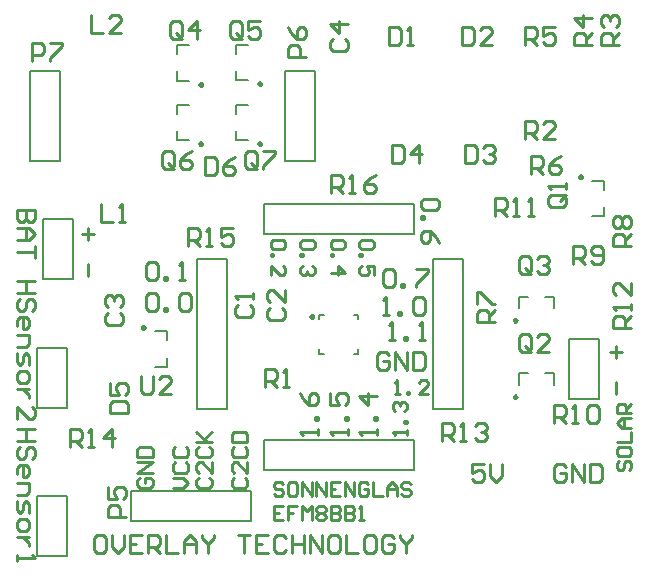
<source format=gbr>
%FSTAX25Y25*%
%MOMM*%
%SFA1B1*%

%IPPOS*%
%ADD37C,0.250000*%
%ADD38C,0.200000*%
%ADD39C,0.253999*%
%LNdevboard_legend_top-1*%
%LPD*%
G54D37*
X4279999Y2069998D02*
D01*
X4279968Y2070869*
X4279877Y2071738*
X4279724Y2072596*
X4279513Y2073445*
X4279244Y2074273*
X4278917Y2075083*
X4278536Y2075868*
X4278099Y2076622*
X4277611Y2077346*
X4277075Y2078032*
X4276491Y2078682*
X4275863Y2079287*
X4275193Y2079848*
X4274489Y2080361*
X4273748Y2080823*
X4272978Y2081232*
X427218Y2081588*
X427136Y2081888*
X4270522Y2082126*
X4269668Y2082309*
X4268805Y2082429*
X4267934Y208249*
X4267062*
X4266191Y2082429*
X4265328Y2082309*
X4264474Y2082126*
X4263636Y2081888*
X4262815Y2081588*
X4262018Y2081232*
X4261248Y2080823*
X4260509Y2080361*
X4259803Y2079848*
X4259135Y2079287*
X4258508Y2078682*
X4257923Y2078032*
X4257385Y2077346*
X4256897Y2076622*
X425646Y2075868*
X4256079Y2075083*
X4255752Y2074273*
X4255482Y2073445*
X4255272Y2072596*
X4255119Y2071738*
X4255028Y2070869*
X4254997Y2069998*
X4255028Y2069127*
X4255119Y2068258*
X4255272Y2067399*
X4255482Y2066554*
X4255752Y2065723*
X4256079Y2064913*
X425646Y2064131*
X4256897Y2063374*
X4257385Y206265*
X4257923Y2061964*
X4258508Y2061316*
X4259135Y2060709*
X4259803Y2060148*
X4260509Y2059635*
X4261248Y2059172*
X4262018Y2058763*
X4262815Y2058408*
X4263636Y2058111*
X4264474Y2057869*
X4265328Y2057689*
X4266191Y2057567*
X4267062Y2057506*
X4267934*
X4268805Y2057567*
X4269668Y2057689*
X4270522Y2057869*
X427136Y2058111*
X427218Y2058408*
X4272978Y2058763*
X4273748Y2059172*
X4274489Y2059635*
X4275193Y2060148*
X4275863Y2060709*
X4276491Y2061316*
X4277075Y2061964*
X4277611Y206265*
X4278099Y2063374*
X4278536Y2064131*
X4278917Y2064913*
X4279244Y2065723*
X4279513Y2066554*
X4279724Y2067399*
X4279877Y2068258*
X4279968Y2069127*
X4279999Y2069998*
Y1419999D02*
D01*
X4279968Y142087*
X4279877Y1421739*
X4279724Y1422598*
X4279513Y1423443*
X4279244Y1424274*
X4278917Y1425082*
X4278536Y1425867*
X4278099Y1426621*
X4277611Y1427345*
X4277075Y1428033*
X4276491Y1428681*
X4275863Y1429288*
X4275193Y1429849*
X4274489Y1430362*
X4273748Y1430825*
X4272978Y1431234*
X427218Y1431589*
X427136Y1431886*
X4270522Y1432128*
X4269668Y1432308*
X4268805Y143243*
X4267934Y1432491*
X4267062*
X4266191Y143243*
X4265328Y1432308*
X4264474Y1432128*
X4263636Y1431886*
X4262815Y1431589*
X4262018Y1431234*
X4261248Y1430825*
X4260509Y1430362*
X4259803Y1429849*
X4259135Y1429288*
X4258508Y1428681*
X4257923Y1428033*
X4257385Y1427345*
X4256897Y1426621*
X425646Y1425867*
X4256079Y1425082*
X4255752Y1424274*
X4255482Y1423443*
X4255272Y1422598*
X4255119Y1421739*
X4255028Y142087*
X4254997Y1419999*
X4255028Y1419125*
X4255119Y1418259*
X4255272Y1417398*
X4255482Y1416552*
X4255752Y1415722*
X4256079Y1414914*
X425646Y1414129*
X4256897Y1413375*
X4257385Y1412651*
X4257923Y1411963*
X4258508Y1411315*
X4259135Y1410708*
X4259803Y1410149*
X4260509Y1409636*
X4261248Y1409174*
X4262018Y1408762*
X4262815Y1408409*
X4263636Y1408109*
X4264474Y1407871*
X4265328Y1407688*
X4266191Y1407566*
X4267062Y1407505*
X4267934*
X4268805Y1407566*
X4269668Y1407688*
X4270522Y1407871*
X427136Y1408109*
X427218Y1408409*
X4272978Y1408762*
X4273748Y1409174*
X4274489Y1409636*
X4275193Y1410149*
X4275863Y1410708*
X4276491Y1411315*
X4277075Y1411963*
X4277611Y1412651*
X4278099Y1413375*
X4278536Y1414129*
X4278917Y1414914*
X4279244Y1415722*
X4279513Y1416552*
X4279724Y1417398*
X4279877Y1418259*
X4279968Y1419125*
X4279999Y1419999*
X1619504Y4066499D02*
D01*
X1619473Y406737*
X1619382Y4068239*
X1619229Y4069097*
X1619018Y4069943*
X1618749Y4070774*
X1618421Y4071581*
X161804Y4072366*
X1617604Y4073123*
X1617116Y4073845*
X161658Y4074533*
X1615996Y4075181*
X1615368Y4075788*
X1614698Y4076349*
X1613994Y4076862*
X1613253Y4077324*
X1612483Y4077733*
X1611685Y4078089*
X1610865Y4078386*
X1610027Y4078627*
X1609173Y4078808*
X160831Y407893*
X1607439Y4078991*
X1606567*
X1605696Y407893*
X1604832Y4078808*
X1603979Y4078627*
X1603141Y4078386*
X160232Y4078089*
X1601523Y4077733*
X1600753Y4077324*
X1600014Y4076862*
X1599308Y4076349*
X159864Y4075788*
X1598013Y4075181*
X1597428Y4074533*
X159689Y4073845*
X1596402Y4073123*
X1595965Y4072366*
X1595584Y4071581*
X1595257Y4070774*
X1594987Y4069943*
X1594777Y4069097*
X1594624Y4068239*
X1594533Y406737*
X1594502Y4066499*
X1594533Y4065625*
X1594624Y4064759*
X1594777Y40639*
X1594987Y4063052*
X1595257Y4062224*
X1595584Y4061414*
X1595965Y4060629*
X1596402Y4059875*
X159689Y4059151*
X1597428Y4058462*
X1598013Y4057815*
X159864Y405721*
X1599308Y4056649*
X1600014Y4056136*
X1600753Y4055673*
X1601523Y4055264*
X160232Y4054909*
X1603141Y4054609*
X1603979Y405437*
X1604832Y4054187*
X1605696Y4054066*
X1606567Y4054005*
X1607439*
X160831Y4054066*
X1609173Y4054187*
X1610027Y405437*
X1610865Y4054609*
X1611685Y4054909*
X1612483Y4055264*
X1613253Y4055673*
X1613994Y4056136*
X1614698Y4056649*
X1615368Y405721*
X1615996Y4057815*
X161658Y4058462*
X1617116Y4059151*
X1617604Y4059875*
X161804Y4060629*
X1618421Y4061414*
X1618749Y4062224*
X1619018Y4063052*
X1619229Y40639*
X1619382Y4064759*
X1619473Y4065625*
X1619504Y4066499*
X2119503Y4070499D02*
D01*
X2119472Y4071371*
X2119381Y4072237*
X2119231Y4073098*
X211902Y4073944*
X2118748Y4074774*
X2118423Y4075582*
X2118039Y4076367*
X2117603Y4077121*
X2117115Y4077845*
X2116579Y4078533*
X2115995Y4079181*
X2115367Y4079788*
X2114699Y4080349*
X2113993Y408086*
X2113254Y4081322*
X2112482Y4081734*
X2111687Y4082087*
X2110867Y4082387*
X2110028Y4082628*
X2109175Y4082808*
X2108309Y408293*
X210744Y4082991*
X2106566*
X2105698Y408293*
X2104831Y4082808*
X2103978Y4082628*
X210314Y4082387*
X2102319Y4082087*
X2101524Y4081734*
X2100752Y4081322*
X2100013Y408086*
X2099307Y4080349*
X2098639Y4079788*
X2098012Y4079181*
X2097427Y4078533*
X2096891Y4077845*
X2096404Y4077121*
X2095967Y4076367*
X2095583Y4075582*
X2095258Y4074774*
X2094986Y4073944*
X2094776Y4073098*
X2094626Y4072237*
X2094534Y4071371*
X2094504Y4070499*
X2094534Y4069626*
X2094626Y4068759*
X2094776Y4067898*
X2094986Y4067053*
X2095258Y4066222*
X2095583Y4065414*
X2095967Y4064629*
X2096404Y4063875*
X2096891Y4063151*
X2097427Y4062463*
X2098012Y4061815*
X2098639Y4061208*
X2099307Y4060649*
X2100013Y4060136*
X2100752Y4059674*
X2101524Y4059262*
X2102319Y4058909*
X210314Y405861*
X2103978Y4058368*
X2104831Y4058188*
X2105698Y4058066*
X2106566Y4058005*
X210744*
X2108309Y4058066*
X2109175Y4058188*
X2110028Y4058368*
X2110867Y405861*
X2111687Y4058909*
X2112482Y4059262*
X2113254Y4059674*
X2113993Y4060136*
X2114699Y4060649*
X2115367Y4061208*
X2115995Y4061815*
X2116579Y4062463*
X2117115Y4063151*
X2117603Y4063875*
X2118039Y4064629*
X2118423Y4065414*
X2118748Y4066222*
X211902Y4067053*
X2119231Y4067898*
X2119381Y4068759*
X2119472Y4069626*
X2119503Y4070499*
X4832499Y3282497D02*
D01*
X4832469Y3283371*
X4832377Y3284237*
X4832225Y3285098*
X4832014Y3285944*
X4831745Y3286775*
X4831417Y3287582*
X4831036Y3288367*
X4830599Y3289122*
X4830112Y3289846*
X4829573Y3290534*
X4828989Y3291182*
X4828362Y3291789*
X4827694Y3292348*
X4826988Y3292861*
X4826248Y3293323*
X4825479Y3293734*
X4824681Y3294087*
X4823861Y3294387*
X4823023Y3294626*
X4822169Y3294809*
X4821306Y3294931*
X4820434Y3294992*
X4819563*
X4818692Y3294931*
X4817828Y3294809*
X4816975Y3294626*
X4816137Y3294387*
X4815316Y3294087*
X4814519Y3293734*
X4813749Y3293323*
X4813007Y3292861*
X4812301Y3292348*
X4811633Y3291789*
X4811006Y3291182*
X4810422Y3290534*
X4809886Y3289846*
X4809398Y3289122*
X4808961Y3288367*
X480858Y3287582*
X4808253Y3286775*
X4807983Y3285944*
X4807772Y3285098*
X480762Y3284237*
X4807529Y3283371*
X4807498Y3282497*
X4807529Y3281626*
X480762Y3280757*
X4807772Y3279899*
X4807983Y3279053*
X4808253Y3278223*
X480858Y3277415*
X4808961Y327663*
X4809398Y3275873*
X4809886Y3275152*
X4810422Y3274463*
X4811006Y3273816*
X4811633Y3273209*
X4812301Y3272647*
X4813007Y3272134*
X4813749Y3271672*
X4814519Y3271263*
X4815316Y3270907*
X4816137Y327061*
X4816975Y3270369*
X4817828Y3270189*
X4818692Y3270067*
X4819563Y3270006*
X4820434*
X4821306Y3270067*
X4822169Y3270189*
X4823023Y3270369*
X4823861Y327061*
X4824681Y3270907*
X4825479Y3271263*
X4826248Y3271672*
X4826988Y3272134*
X4827694Y3272647*
X4828362Y3273209*
X4828989Y3273816*
X4829573Y3274463*
X4830112Y3275152*
X4830599Y3275873*
X4831036Y327663*
X4831417Y3277415*
X4831745Y3278223*
X4832014Y3279053*
X4832225Y3279899*
X4832377Y3280757*
X4832469Y3281626*
X4832499Y3282497*
X1619504Y3562499D02*
D01*
X1619473Y3563371*
X1619382Y3564237*
X1619229Y3565098*
X1619018Y3565944*
X1618749Y3566774*
X1618421Y3567582*
X161804Y3568367*
X1617604Y3569121*
X1617116Y3569845*
X161658Y3570533*
X1615996Y3571181*
X1615368Y3571788*
X1614698Y3572349*
X1613994Y357286*
X1613253Y3573322*
X1612483Y3573734*
X1611685Y3574087*
X1610865Y3574387*
X1610027Y3574628*
X1609173Y3574808*
X160831Y357493*
X1607439Y3574991*
X1606567*
X1605696Y357493*
X1604832Y3574808*
X1603979Y3574628*
X1603141Y3574387*
X160232Y3574087*
X1601523Y3573734*
X1600753Y3573322*
X1600014Y357286*
X1599308Y3572349*
X159864Y3571788*
X1598013Y3571181*
X1597428Y3570533*
X159689Y3569845*
X1596402Y3569121*
X1595965Y3568367*
X1595584Y3567582*
X1595257Y3566774*
X1594987Y3565944*
X1594777Y3565098*
X1594624Y3564237*
X1594533Y3563371*
X1594502Y3562499*
X1594533Y3561626*
X1594624Y3560759*
X1594777Y3559898*
X1594987Y3559053*
X1595257Y3558222*
X1595584Y3557414*
X1595965Y3556629*
X1596402Y3555875*
X159689Y3555151*
X1597428Y3554463*
X1598013Y3553815*
X159864Y3553208*
X1599308Y3552649*
X1600014Y3552136*
X1600753Y3551674*
X1601523Y3551262*
X160232Y3550909*
X1603141Y355061*
X1603979Y3550368*
X1604832Y3550188*
X1605696Y3550066*
X1606567Y3550005*
X1607439*
X160831Y3550066*
X1609173Y3550188*
X1610027Y3550368*
X1610865Y355061*
X1611685Y3550909*
X1612483Y3551262*
X1613253Y3551674*
X1613994Y3552136*
X1614698Y3552649*
X1615368Y3553208*
X1615996Y3553815*
X161658Y3554463*
X1617116Y3555151*
X1617604Y3555875*
X161804Y3556629*
X1618421Y3557414*
X1618749Y3558222*
X1619018Y3559053*
X1619229Y3559898*
X1619382Y3560759*
X1619473Y3561626*
X1619504Y3562499*
X2119503D02*
D01*
X2119472Y3563371*
X2119381Y3564237*
X2119231Y3565098*
X211902Y3565944*
X2118748Y3566774*
X2118423Y3567582*
X2118039Y3568367*
X2117603Y3569121*
X2117115Y3569845*
X2116579Y3570533*
X2115995Y3571181*
X2115367Y3571788*
X2114699Y3572349*
X2113993Y357286*
X2113254Y3573322*
X2112482Y3573734*
X2111687Y3574087*
X2110867Y3574387*
X2110028Y3574628*
X2109175Y3574808*
X2108309Y357493*
X210744Y3574991*
X2106566*
X2105698Y357493*
X2104831Y3574808*
X2103978Y3574628*
X210314Y3574387*
X2102319Y3574087*
X2101524Y3573734*
X2100752Y3573322*
X2100013Y357286*
X2099307Y3572349*
X2098639Y3571788*
X2098012Y3571181*
X2097427Y3570533*
X2096891Y3569845*
X2096404Y3569121*
X2095967Y3568367*
X2095583Y3567582*
X2095258Y3566774*
X2094986Y3565944*
X2094776Y3565098*
X2094626Y3564237*
X2094534Y3563371*
X2094504Y3562499*
X2094534Y3561626*
X2094626Y3560759*
X2094776Y3559898*
X2094986Y3559053*
X2095258Y3558222*
X2095583Y3557414*
X2095967Y3556629*
X2096404Y3555875*
X2096891Y3555151*
X2097427Y3554463*
X2098012Y3553815*
X2098639Y3553208*
X2099307Y3552649*
X2100013Y3552136*
X2100752Y3551674*
X2101524Y3551262*
X2102319Y3550909*
X210314Y355061*
X2103978Y3550368*
X2104831Y3550188*
X2105698Y3550066*
X2106566Y3550005*
X210744*
X2108309Y3550066*
X2109175Y3550188*
X2110028Y3550368*
X2110867Y355061*
X2111687Y3550909*
X2112482Y3551262*
X2113254Y3551674*
X2113993Y3552136*
X2114699Y3552649*
X2115367Y3553208*
X2115995Y3553815*
X2116579Y3554463*
X2117115Y3555151*
X2117603Y3555875*
X2118039Y3556629*
X2118423Y3557414*
X2118748Y3558222*
X211902Y3559053*
X2119231Y3559898*
X2119381Y3560759*
X2119472Y3561626*
X2119503Y3562499*
X1132499Y2007798D02*
D01*
X1132469Y200867*
X1132377Y2009538*
X1132225Y2010397*
X1132014Y2011243*
X1131745Y2012073*
X1131417Y2012883*
X1131036Y2013666*
X1130599Y2014423*
X1130112Y2015147*
X1129573Y2015832*
X1128989Y2016483*
X1128361Y2017087*
X1127693Y2017649*
X1126987Y2018162*
X1126248Y2018624*
X1125479Y2019033*
X1124681Y2019388*
X1123861Y2019686*
X1123022Y2019927*
X1122169Y2020107*
X1121305Y2020229*
X1120434Y202029*
X1119563*
X1118692Y2020229*
X1117828Y2020107*
X1116975Y2019927*
X1116136Y2019686*
X1115316Y2019388*
X1114518Y2019033*
X1113749Y2018624*
X1113007Y2018162*
X1112304Y2017649*
X1111633Y2017087*
X1111006Y2016483*
X1110421Y2015832*
X1109886Y2015147*
X1109398Y2014423*
X1108961Y2013666*
X110858Y2012883*
X1108252Y2012073*
X1107983Y2011243*
X1107772Y2010397*
X110762Y2009538*
X1107528Y200867*
X1107498Y2007798*
X1107528Y2006927*
X110762Y2006058*
X1107772Y20052*
X1107983Y2004352*
X1108252Y2003524*
X110858Y2002713*
X1108961Y2001931*
X1109398Y2001174*
X1109886Y200045*
X1110421Y1999764*
X1111006Y1999114*
X1111633Y199851*
X1112304Y1997948*
X1113007Y1997435*
X1113749Y1996973*
X1114518Y1996564*
X1115316Y1996208*
X1116136Y1995911*
X1116975Y199567*
X1117828Y1995487*
X1118692Y1995368*
X1119563Y1995307*
X1120434*
X1121305Y1995368*
X1122169Y1995487*
X1123022Y199567*
X1123861Y1995911*
X1124681Y1996208*
X1125479Y1996564*
X1126248Y1996973*
X1126987Y1997435*
X1127693Y1997948*
X1128361Y199851*
X1128989Y1999114*
X1129573Y1999764*
X1130112Y200045*
X1130599Y2001174*
X1131036Y2001931*
X1131417Y2002713*
X1131745Y2003524*
X1132014Y2004352*
X1132225Y20052*
X1132377Y2006058*
X1132469Y2006927*
X1132499Y2007798*
X2559199Y2099998D02*
D01*
X2559169Y2100869*
X2559077Y2101738*
X2558925Y2102596*
X2558714Y2103445*
X2558445Y2104273*
X2558117Y2105083*
X2557736Y2105868*
X2557299Y2106622*
X2556812Y2107346*
X2556273Y2108032*
X2555689Y2108682*
X2555062Y2109287*
X2554394Y2109848*
X2553688Y2110361*
X2552948Y2110823*
X2552179Y2111232*
X2551381Y2111588*
X2550561Y2111888*
X2549723Y2112126*
X2548869Y2112309*
X2548006Y2112429*
X2547134Y211249*
X2546263*
X2545392Y2112429*
X2544528Y2112309*
X2543675Y2112126*
X2542837Y2111888*
X2542016Y2111588*
X2541219Y2111232*
X2540449Y2110823*
X2539707Y2110361*
X2539001Y2109848*
X2538333Y2109287*
X2537706Y2108682*
X2537122Y2108032*
X2536586Y2107346*
X2536098Y2106622*
X2535661Y2105868*
X253528Y2105083*
X2534953Y2104273*
X2534683Y2103445*
X2534472Y2102596*
X253432Y2101738*
X2534229Y2100869*
X2534198Y2099998*
X2534229Y2099127*
X253432Y2098258*
X2534472Y2097399*
X2534683Y2096554*
X2534953Y2095723*
X253528Y2094913*
X2535661Y209413*
X2536098Y2093374*
X2536586Y2092652*
X2537122Y2091964*
X2537706Y2091316*
X2538333Y2090709*
X2539001Y2090148*
X2539707Y2089635*
X2540449Y2089172*
X2541219Y2088763*
X2542016Y2088408*
X2542837Y2088111*
X2543675Y2087869*
X2544528Y2087689*
X2545392Y2087567*
X2546263Y2087506*
X2547134*
X2548006Y2087567*
X2548869Y2087689*
X2549723Y2087869*
X2550561Y2088111*
X2551381Y2088408*
X2552179Y2088763*
X2552948Y2089172*
X2553688Y2089635*
X2554394Y2090148*
X2555062Y2090709*
X2555689Y2091316*
X2556273Y2091964*
X2556812Y2092652*
X2557299Y2093374*
X2557736Y209413*
X2558117Y2094913*
X2558445Y2095723*
X2558714Y2096554*
X2558925Y2097399*
X2559077Y2098258*
X2559169Y2099127*
X2559199Y2099998*
G54D38*
X4299999Y2169998D02*
Y2269998D01*
X4377499*
X4599998Y2169998D02*
Y2269998D01*
X4522497D02*
X4599998D01*
X4299999Y1519999D02*
Y1619999D01*
X4377499*
X4599998Y1519999D02*
Y1619999D01*
X4522497D02*
X4599998D01*
X4728001Y1907001D02*
X4982001D01*
Y1399001D02*
Y1907001D01*
X4728001Y1399001D02*
X4982001D01*
X4728001D02*
Y1907001D01*
X1407002Y4098998D02*
X1507002D01*
X1407002D02*
Y4176499D01*
Y4398998D02*
X1507002D01*
X1407002Y4321497D02*
Y4398998D01*
X1907001Y4102999D02*
X2007003D01*
X1907001D02*
Y4180499D01*
Y4402998D02*
X2007003D01*
X1907001Y4325498D02*
Y4402998D01*
X4919997Y3249998D02*
X5019997D01*
Y3172498D02*
Y3249998D01*
X4919997Y2949999D02*
X5019997D01*
Y3027499*
X1018999Y0372999D02*
Y0626999D01*
X2034999*
X1018999Y0372999D02*
X2034999D01*
Y0626999*
X0272999Y2418999D02*
X0526999D01*
X0272999D02*
Y2926999D01*
X0526999*
Y2418999D02*
Y2926999D01*
X2571503Y3417999D02*
Y4179999D01*
X2317503D02*
X2571503D01*
X2317503Y3417999D02*
Y4179999D01*
Y3417999D02*
X2571503D01*
X0222999Y1830999D02*
X0476999D01*
Y1322999D02*
Y1830999D01*
X0222999Y1322999D02*
X0476999D01*
X0222999D02*
Y1830999D01*
Y0576999D02*
X0476999D01*
Y0068999D02*
Y0576999D01*
X0222999Y0068999D02*
X0476999D01*
X0222999D02*
Y0576999D01*
X1407002Y3594999D02*
X1507002D01*
X1407002D02*
Y3672499D01*
Y3894998D02*
X1507002D01*
X1407002Y3817498D02*
Y3894998D01*
X1907001Y3594999D02*
X2007003D01*
X1907001D02*
Y3672499D01*
Y3894998D02*
X2007003D01*
X1907001Y3817498D02*
Y3894998D01*
X0413999Y3417999D02*
Y4179999D01*
X0159999D02*
X0413999D01*
X0159999Y3417999D02*
Y4179999D01*
Y3417999D02*
X0413999D01*
X1219997Y1975299D02*
X1319999D01*
Y1897799D02*
Y1975299D01*
X1219997Y1675297D02*
X1319999D01*
Y1752798*
X2611699Y1784997D02*
X2649199D01*
X2611699D02*
Y1822498D01*
X2904197Y1784997D02*
X2941698D01*
Y1822498*
Y2077499D02*
Y2114999D01*
X2904197D02*
X2941698D01*
X2611699D02*
X2649199D01*
X2611699Y2077499D02*
Y2114999D01*
X2141697Y2798297D02*
Y3052297D01*
X3411697*
X2141697Y2798297D02*
X3411697D01*
Y3052297*
X1572999Y2584998D02*
X1826999D01*
Y1314998D02*
Y2584998D01*
X1572999Y1314998D02*
Y2584998D01*
Y1314998D02*
X1826999D01*
X3572997Y2584998D02*
X3826997D01*
Y1314998D02*
Y2584998D01*
X3572997Y1314998D02*
Y2584998D01*
Y1314998D02*
X3826997D01*
X3411697Y0798299D02*
Y1052299D01*
X2141697Y0798299D02*
X3411697D01*
X2141697Y1052299D02*
X3411697D01*
X2141697Y0798299D02*
Y1052299D01*
G54D39*
X2305372Y068028D02*
X2285377Y0700272D01*
X2245393*
X2225398Y068028*
Y0660285*
X2245393Y0640293*
X2285377*
X2305372Y0620298*
Y0600306*
X2285377Y0580313*
X2245393*
X2225398Y0600306*
X2405341Y0700272D02*
X2365354D01*
X2345359Y068028*
Y0600306*
X2365354Y0580313*
X2405341*
X2425334Y0600306*
Y068028*
X2405341Y0700272*
X2465321Y0580313D02*
Y0700272D01*
X2545295Y0580313*
Y0700272*
X258528Y0580313D02*
Y0700272D01*
X2665257Y0580313*
Y0700272*
X2785216D02*
X2705244D01*
Y0580313*
X2785216*
X2705244Y0640293D02*
X2745229D01*
X2825203Y0580313D02*
Y0700272D01*
X2905178Y0580313*
Y0700272*
X302514Y068028D02*
X3005145Y0700272D01*
X2965157*
X2945165Y068028*
Y0600306*
X2965157Y0580313*
X3005145*
X302514Y0600306*
Y0640293*
X2985152*
X3065127Y0700272D02*
Y0580313D01*
X3145101*
X3185088D02*
Y0660285D01*
X3225073Y0700272*
X326506Y0660285*
Y0580313*
Y0640293*
X3185088*
X3385022Y068028D02*
X336503Y0700272D01*
X3325042*
X3305048Y068028*
Y0660285*
X3325042Y0640293*
X336503*
X3385022Y0620298*
Y0600306*
X336503Y0580313*
X3325042*
X3305048Y0600306*
X2305372Y049536D02*
X2225398D01*
Y0375399*
X2305372*
X2225398Y0435378D02*
X2265385D01*
X2425334Y049536D02*
X2345359D01*
Y0435378*
X2385347*
X2345359*
Y0375399*
X2465321D02*
Y049536D01*
X2505308Y0455373*
X2545295Y049536*
Y0375399*
X258528Y0475366D02*
X2605275Y049536D01*
X2645262*
X2665257Y0475366*
Y0455373*
X2645262Y0435378*
X2665257Y0415386*
Y0395391*
X2645262Y0375399*
X2605275*
X258528Y0395391*
Y0415386*
X2605275Y0435378*
X258528Y0455373*
Y0475366*
X2605275Y0435378D02*
X2645262D01*
X2705244Y049536D02*
Y0375399D01*
X2765224*
X2785216Y0395391*
Y0415386*
X2765224Y0435378*
X2705244*
X2765224*
X2785216Y0455373*
Y0475366*
X2765224Y049536*
X2705244*
X2825203D02*
Y0375399D01*
X2885186*
X2905178Y0395391*
Y0415386*
X2885186Y0435378*
X2825203*
X2885186*
X2905178Y0455373*
Y0475366*
X2885186Y049536*
X2825203*
X2945165Y0375399D02*
X2985152D01*
X2965157*
Y049536*
X2945165Y0475366*
X4701565Y0826957D02*
X4676173Y085235D01*
X462539*
X4599998Y0826957*
Y072539*
X462539Y0699998*
X4676173*
X4701565Y072539*
Y0776173*
X465078*
X475235Y0699998D02*
Y085235D01*
X4853917Y0699998*
Y085235*
X4904699D02*
Y0699998D01*
X4980876*
X5006268Y072539*
Y0826957*
X4980876Y085235*
X4904699*
X4001566D02*
X3899999D01*
Y0776173*
X3950782Y0801565*
X3976174*
X4001566Y0776173*
Y072539*
X3976174Y0699998*
X3925389*
X3899999Y072539*
X4052349Y085235D02*
Y0750783D01*
X4103133Y0699998*
X4153916Y0750783*
Y085235*
X0650826Y2441999D02*
Y2543566D01*
Y27467D02*
Y2848267D01*
X0600044Y2797484D02*
X0701611D01*
X5123822Y1441998D02*
Y1543565D01*
Y1746699D02*
Y1848266D01*
X507304Y1797484D02*
X5174607D01*
X0776173Y0252349D02*
X072539D01*
X0699998Y0226956*
Y0125389*
X072539Y0099999*
X0776173*
X0801565Y0125389*
Y0226956*
X0776173Y0252349*
X085235D02*
Y0150782D01*
X0903132Y0099999*
X0953917Y0150782*
Y0252349*
X1106266D02*
X1004699D01*
Y0099999*
X1106266*
X1004699Y0176174D02*
X1055484D01*
X1157051Y0099999D02*
Y0252349D01*
X1233225*
X1258618Y0226956*
Y0176174*
X1233225Y0150782*
X1157051*
X1207833D02*
X1258618Y0099999D01*
X13094Y0252349D02*
Y0099999D01*
X141097*
X1461752D02*
Y0201566D01*
X1512536Y0252349*
X1563319Y0201566*
Y0099999*
Y0176174*
X1461752*
X1614103Y0252349D02*
Y0226956D01*
X1664886Y0176174*
X171567Y0226956*
Y0252349*
X1664886Y0176174D02*
Y0099999D01*
X1918804Y0252349D02*
X2020371D01*
X1969587*
Y0099999*
X2172723Y0252349D02*
X2071156D01*
Y0099999*
X2172723*
X2071156Y0176174D02*
X2121938D01*
X2325072Y0226956D02*
X2299682Y0252349D01*
X2248898*
X2223505Y0226956*
Y0125389*
X2248898Y0099999*
X2299682*
X2325072Y0125389*
X2375857Y0252349D02*
Y0099999D01*
Y0176174*
X2477424*
Y0252349*
Y0099999*
X2528206D02*
Y0252349D01*
X2629773Y0099999*
Y0252349*
X2756733D02*
X270595D01*
X2680558Y0226956*
Y0125389*
X270595Y0099999*
X2756733*
X2782125Y0125389*
Y0226956*
X2756733Y0252349*
X2832907D02*
Y0099999D01*
X2934474*
X3061434Y0252349D02*
X3010651D01*
X2985259Y0226956*
Y0125389*
X3010651Y0099999*
X3061434*
X3086826Y0125389*
Y0226956*
X3061434Y0252349*
X3239178Y0226956D02*
X3213785Y0252349D01*
X3163003*
X3137611Y0226956*
Y0125389*
X3163003Y0099999*
X3213785*
X3239178Y0125389*
Y0176174*
X3188393*
X328996Y0252349D02*
Y0226956D01*
X3340745Y0176174*
X3391529Y0226956*
Y0252349*
X3340745Y0176174D02*
Y0099999D01*
X1142304Y2534958D02*
X1167696Y256035D01*
X1218478*
X1243871Y2534958*
Y2433391*
X1218478Y2407998*
X1167696*
X1142304Y2433391*
Y2534958*
X1294655Y2407998D02*
Y2433391D01*
X1320045*
Y2407998*
X1294655*
X1421612D02*
X1472397D01*
X1447004*
Y256035*
X1421612Y2534958*
X1142304Y2276957D02*
X1167696Y2302349D01*
X1218478*
X1243871Y2276957*
Y217539*
X1218478Y2149998*
X1167696*
X1142304Y217539*
Y2276957*
X1294655Y2149998D02*
Y217539D01*
X1320045*
Y2149998*
X1294655*
X1421612Y2276957D02*
X1447004Y2302349D01*
X1497789*
X1523179Y2276957*
Y217539*
X1497789Y2149998*
X1447004*
X1421612Y217539*
Y2276957*
X3601958Y3099998D02*
X3627348Y3074606D01*
Y3023824*
X3601958Y2998431*
X3500391*
X3474999Y3023824*
Y3074606*
X3500391Y3099998*
X3601958*
X3474999Y2947647D02*
X3500391D01*
Y2922257*
X3474999*
Y2947647*
X3627348Y271912D02*
X3601958Y2769905D01*
X3551174Y282069*
X3500391*
X3474999Y2795297*
Y2744513*
X3500391Y271912*
X3525781*
X3551174Y2744513*
Y282069*
X3049965Y2749999D02*
X306996Y2730004D01*
Y2690017*
X3049965Y2670025*
X2969991*
X2949999Y2690017*
Y2730004*
X2969991Y2749999*
X3049965*
X2949999Y2630037D02*
X2969991D01*
Y2610043*
X2949999*
Y2630037*
X306996Y2450096D02*
Y2530068D01*
X3009978*
X3029973Y2490083*
Y2470089*
X3009978Y2450096*
X2969991*
X2949999Y2470089*
Y2510076*
X2969991Y2530068*
X2805165Y2749999D02*
X282516Y2730004D01*
Y2690017*
X2805165Y2670025*
X2725191*
X2705199Y2690017*
Y2730004*
X2725191Y2749999*
X2805165*
X2705199Y2630037D02*
X2725191D01*
Y2610043*
X2705199*
Y2630037*
Y2470089D02*
X282516D01*
X2765178Y2530068*
Y2450096*
X2549966Y2749999D02*
X2569959Y2730004D01*
Y2690017*
X2549966Y2670025*
X2469992*
X2449997Y2690017*
Y2730004*
X2469992Y2749999*
X2549966*
X2449997Y2630037D02*
X2469992D01*
Y2610043*
X2449997*
Y2630037*
X2549966Y2530068D02*
X2569959Y2510076D01*
Y2470089*
X2549966Y2450096*
X2529972*
X2509979Y2470089*
Y2490083*
Y2470089*
X2489984Y2450096*
X2469992*
X2449997Y2470089*
Y2510076*
X2469992Y2530068*
X2299967Y2749999D02*
X2319959Y2730004D01*
Y2690017*
X2299967Y2670025*
X2219993*
X2199998Y2690017*
Y2730004*
X2219993Y2749999*
X2299967*
X2199998Y2630037D02*
X2219993D01*
Y2610043*
X2199998*
Y2630037*
Y2450096D02*
Y2530068D01*
X2279972Y2450096*
X2299967*
X2319959Y2470089*
Y2510076*
X2299967Y2530068*
X3149998Y2476957D02*
X3175391Y2502349D01*
X3226173*
X3251565Y2476957*
Y237539*
X3226173Y2349997*
X3175391*
X3149998Y237539*
Y2476957*
X330235Y2349997D02*
Y237539D01*
X3327742*
Y2349997*
X330235*
X3429309Y2502349D02*
X3530876D01*
Y2476957*
X3429309Y237539*
Y2349997*
X3149998Y2114999D02*
X3200783D01*
X3175391*
Y2267348*
X3149998Y2241958*
X3276958Y2114999D02*
Y2140391D01*
X330235*
Y2114999*
X3276958*
X3403917Y2241958D02*
X3429309Y2267348D01*
X3480092*
X3505484Y2241958*
Y2140391*
X3480092Y2114999*
X3429309*
X3403917Y2140391*
Y2241958*
X3199998Y1897799D02*
X325078D01*
X3225391*
Y205015*
X3199998Y2024758*
X3326958Y1897799D02*
Y1923191D01*
X3352347*
Y1897799*
X3326958*
X3453914D02*
X3504699D01*
X3479307*
Y205015*
X3453914Y2024758*
X3201565Y1776958D02*
X3176173Y180235D01*
X3125391*
X3099998Y1776958*
Y1675391*
X3125391Y1649999*
X3176173*
X3201565Y1675391*
Y1726173*
X3150781*
X325235Y1649999D02*
Y180235D01*
X3353917Y1649999*
Y180235*
X3404699D02*
Y1649999D01*
X3480876*
X3506266Y1675391*
Y1776958*
X3480876Y180235*
X3404699*
X3249998Y1441998D02*
X3289985D01*
X3269993*
Y156196*
X3249998Y1541967*
X3349967Y1441998D02*
Y1461993D01*
X336996*
Y1441998*
X3349967*
X3529909D02*
X3449934D01*
X3529909Y1521973*
Y1541967*
X3509914Y156196*
X3469927*
X3449934Y1541967*
X3349998Y1099997D02*
Y1139985D01*
Y1119992*
X3230036*
X3250031Y1099997*
X3349998Y1199967D02*
X3330003D01*
Y1219959*
X3349998*
Y1199967*
X3250031Y1299933D02*
X3230036Y1319928D01*
Y1359916*
X3250031Y1379908*
X3270023*
X3290018Y1359916*
Y1339921*
Y1359916*
X3310011Y1379908*
X3330003*
X3349998Y1359916*
Y1319928*
X3330003Y1299933*
X3099998Y1099997D02*
Y1150782D01*
Y112539*
X2947647*
X2973039Y1099997*
X3099998Y1226957D02*
X3074606D01*
Y1252349*
X3099998*
Y1226957*
Y1430091D02*
X2947647D01*
X3023824Y1353916*
Y1455483*
X2849999Y1099997D02*
Y1150782D01*
Y112539*
X2697647*
X272304Y1099997*
X2849999Y1226957D02*
X2824607D01*
Y1252349*
X2849999*
Y1226957*
X2697647Y1455483D02*
Y1353916D01*
X2773824*
X2748432Y1404698*
Y1430091*
X2773824Y1455483*
X2824607*
X2849999Y1430091*
Y1379308*
X2824607Y1353916*
X2599999Y1099997D02*
Y1150782D01*
Y112539*
X2447648*
X247304Y1099997*
X2599999Y1226957D02*
X2574607D01*
Y1252349*
X2599999*
Y1226957*
X2447648Y1455483D02*
X247304Y1404698D01*
X2523822Y1353916*
X2574607*
X2599999Y1379308*
Y1430091*
X2574607Y1455483*
X2549215*
X2523822Y1430091*
Y1353916*
X18917Y0736638D02*
X1870041Y0714976D01*
Y0671659*
X18917Y0649998*
X1978339*
X1999998Y0671659*
Y0714976*
X1978339Y0736638*
X1999998Y0866594D02*
Y0779957D01*
X1913359Y0866594*
X18917*
X1870041Y0844936*
Y0801616*
X18917Y0779957*
Y0996553D02*
X1870041Y0974892D01*
Y0931575*
X18917Y0909914*
X1978339*
X1999998Y0931575*
Y0974892*
X1978339Y0996553*
X1870041Y1039873D02*
X1999998D01*
Y1104851*
X1978339Y1126512*
X18917*
X1870041Y1104851*
Y1039873*
X1591701Y0736638D02*
X157004Y0714976D01*
Y0671659*
X1591701Y0649998*
X1678338*
X1699999Y0671659*
Y0714976*
X1678338Y0736638*
X1699999Y0866594D02*
Y0779957D01*
X1613359Y0866594*
X1591701*
X157004Y0844936*
Y0801616*
X1591701Y0779957*
Y0996553D02*
X157004Y0974892D01*
Y0931575*
X1591701Y0909914*
X1678338*
X1699999Y0931575*
Y0974892*
X1678338Y0996553*
X157004Y1039873D02*
X1699999D01*
X1656679*
X157004Y1126512*
X163502Y1061532*
X1699999Y1126512*
X137004Y0649998D02*
X1456679D01*
X1499999Y0693318*
X1456679Y0736638*
X137004*
X1391701Y0866594D02*
X137004Y0844936D01*
Y0801616*
X1391701Y0779957*
X1478338*
X1499999Y0801616*
Y0844936*
X1478338Y0866594*
X1391701Y0996553D02*
X137004Y0974892D01*
Y0931575*
X1391701Y0909914*
X1478338*
X1499999Y0931575*
Y0974892*
X1478338Y0996553*
X1091699Y0736638D02*
X1070041Y0714976D01*
Y0671659*
X1091699Y0649998*
X1178339*
X1199997Y0671659*
Y0714976*
X1178339Y0736638*
X1135019*
Y0693318*
X1199997Y0779957D02*
X1070041D01*
X1199997Y0866594*
X1070041*
Y0909914D02*
X1199997D01*
Y0974892*
X1178339Y0996553*
X1091699*
X1070041Y0974892*
Y0909914*
X515003Y0879972D02*
X5130038Y0859977D01*
Y0819993*
X515003Y0799998*
X5170025*
X5190017Y0819993*
Y0859977*
X5210012Y0879972*
X5230004*
X5249999Y0859977*
Y0819993*
X5230004Y0799998*
X5130038Y0979939D02*
Y0939954D01*
X515003Y091996*
X5230004*
X5249999Y0939954*
Y0979939*
X5230004Y0999934*
X515003*
X5130038Y0979939*
Y1039921D02*
X5249999D01*
Y1119893*
Y115988D02*
X5170025D01*
X5130038Y1199868*
X5170025Y1239857*
X5249999*
X5190017*
Y115988*
X5249999Y1279842D02*
X5130038D01*
Y1339824*
X515003Y1359816*
X5190017*
X5210012Y1339824*
Y1279842*
Y1319829D02*
X5249999Y1359816D01*
X2705199Y3149998D02*
Y330235D01*
X2781373*
X2806766Y3276958*
Y3226173*
X2781373Y3200783*
X2705199*
X2755981D02*
X2806766Y3149998D01*
X285755D02*
X2908333D01*
X288294*
Y330235*
X285755Y3276958*
X3086074Y330235D02*
X3035292Y3276958D01*
X2984507Y3226173*
Y3175391*
X30099Y3149998*
X3060684*
X3086074Y3175391*
Y3200783*
X3060684Y3226173*
X2984507*
X1499999Y2699999D02*
Y2852348D01*
X1576174*
X1601566Y2826956*
Y2776174*
X1576174Y2750781*
X1499999*
X1550781D02*
X1601566Y2699999D01*
X1652348D02*
X1703133D01*
X1677741*
Y2852348*
X1652348Y2826956*
X1880875Y2852348D02*
X1779308D01*
Y2776174*
X1830092Y2801566*
X1855482*
X1880875Y2776174*
Y2725389*
X1855482Y2699999*
X18047*
X1779308Y2725389*
X0499999Y0999998D02*
Y1152349D01*
X0576173*
X0601565Y1126957*
Y1076172*
X0576173Y1050782*
X0499999*
X0550783D02*
X0601565Y0999998D01*
X065235D02*
X0703132D01*
X067774*
Y1152349*
X065235Y1126957*
X0855484Y0999998D02*
Y1152349D01*
X0779307Y1076172*
X0880874*
X3649997Y1049997D02*
Y1202349D01*
X3726174*
X3751564Y1176957*
Y1126172*
X3726174Y1100782*
X3649997*
X3700782D02*
X3751564Y1049997D01*
X3802349D02*
X3853131D01*
X3827741*
Y1202349*
X3802349Y1176957*
X3929308D02*
X3954701Y1202349D01*
X4005483*
X4030875Y1176957*
Y1151564*
X4005483Y1126172*
X3980091*
X4005483*
X4030875Y1100782*
Y107539*
X4005483Y1049997*
X3954701*
X3929308Y107539*
X5249999Y1999998D02*
X5097647D01*
Y2076173*
X512304Y2101565*
X5173822*
X5199214Y2076173*
Y1999998*
Y2050783D02*
X5249999Y2101565D01*
Y215235D02*
Y2203132D01*
Y2177742*
X5097647*
X512304Y215235*
X5249999Y2380876D02*
Y2279309D01*
X5148432Y2380876*
X512304*
X5097647Y2355484*
Y2304699*
X512304Y2279309*
X4099999Y2949999D02*
Y310235D01*
X4176174*
X4201566Y3076958*
Y3026173*
X4176174Y3000781*
X4099999*
X4150781D02*
X4201566Y2949999D01*
X4252348D02*
X4303133D01*
X4277741*
Y310235*
X4252348Y3076958*
X4379307Y2949999D02*
X4430092D01*
X44047*
Y310235*
X4379307Y3076958*
X4599998Y1199997D02*
Y1352349D01*
X4676173*
X4701565Y1326956*
Y1276174*
X4676173Y1250782*
X4599998*
X465078D02*
X4701565Y1199997D01*
X475235D02*
X4803132D01*
X4777742*
Y1352349*
X475235Y1326956*
X4879309D02*
X4904699Y1352349D01*
X4955484*
X4980876Y1326956*
Y1225389*
X4955484Y1199997*
X4904699*
X4879309Y1225389*
Y1326956*
X4760005Y2547198D02*
Y269955D01*
X4836182*
X4861572Y2674157*
Y2623372*
X4836182Y259798*
X4760005*
X481079D02*
X4861572Y2547198D01*
X4912357Y257259D02*
X4937749Y2547198D01*
X4988532*
X5013924Y257259*
Y2674157*
X4988532Y269955*
X4937749*
X4912357Y2674157*
Y2648765*
X4937749Y2623372*
X5013924*
X5249999Y2699999D02*
X5097647D01*
Y2776174*
X512304Y2801566*
X5173822*
X5199214Y2776174*
Y2699999*
Y2750781D02*
X5249999Y2801566D01*
X512304Y2852348D02*
X5097647Y2877741D01*
Y2928523*
X512304Y2953915*
X5148432*
X5173822Y2928523*
X5199214Y2953915*
X5224607*
X5249999Y2928523*
Y2877741*
X5224607Y2852348*
X5199214*
X5173822Y2877741*
X5148432Y2852348*
X512304*
X5173822Y2877741D02*
Y2928523D01*
X4099999Y2053302D02*
X3947647D01*
Y2129477*
X397304Y2154869*
X4023824*
X4049214Y2129477*
Y2053302*
Y2104087D02*
X4099999Y2154869D01*
X3947647Y2205654D02*
Y2307221D01*
X397304*
X4074607Y2205654*
X4099999*
X4399998Y3303488D02*
Y3455837D01*
X4476173*
X4501565Y3430447*
Y3379663*
X4476173Y335427*
X4399998*
X4450783D02*
X4501565Y3303488D01*
X4653917Y3455837D02*
X4603132Y3430447D01*
X455235Y3379663*
Y332888*
X4577742Y3303488*
X4628525*
X4653917Y332888*
Y335427*
X4628525Y3379663*
X455235*
X4349998Y4399998D02*
Y455235D01*
X4426173*
X4451565Y4526958*
Y4476173*
X4426173Y4450783*
X4349998*
X4400781D02*
X4451565Y4399998D01*
X4603917Y455235D02*
X450235D01*
Y4476173*
X4553132Y4501565*
X4578525*
X4603917Y4476173*
Y4425391*
X4578525Y4399998*
X452774*
X450235Y4425391*
X4919997Y4399998D02*
X4767648D01*
Y4476173*
X479304Y4501565*
X4843823*
X4869215Y4476173*
Y4399998*
Y4450783D02*
X4919997Y4501565D01*
Y4628525D02*
X4767648D01*
X4843823Y455235*
Y4653917*
X5149999Y4399998D02*
X4997648D01*
Y4476173*
X502304Y4501565*
X5073822*
X5099215Y4476173*
Y4399998*
Y4450783D02*
X5149999Y4501565D01*
X502304Y455235D02*
X4997648Y4577742D01*
Y4628525*
X502304Y4653917*
X5048432*
X5073822Y4628525*
Y4603132*
Y4628525*
X5099215Y4653917*
X5124607*
X5149999Y4628525*
Y4577742*
X5124607Y455235*
X4349998Y3599997D02*
Y3752349D01*
X4426173*
X4451565Y3726957*
Y3676175*
X4426173Y3650782*
X4349998*
X4400781D02*
X4451565Y3599997D01*
X4603917D02*
X450235D01*
X4603917Y3701564*
Y3726957*
X4578525Y3752349*
X452774*
X450235Y3726957*
X207857Y337439D02*
Y3475956D01*
X2053178Y3501349*
X2002393*
X1977003Y3475956*
Y337439*
X2002393Y3348997*
X2053178*
X2027786Y3399782D02*
X207857Y3348997D01*
X2053178D02*
X207857Y337439D01*
X2129353Y3501349D02*
X223092D01*
Y3475956*
X2129353Y337439*
Y3348997*
X1378569Y337439D02*
Y3475956D01*
X1353179Y3501349*
X1302395*
X1277002Y3475956*
Y337439*
X1302395Y3348997*
X1353179*
X1327787Y3399782D02*
X1378569Y3348997D01*
X1353179D02*
X1378569Y337439D01*
X1530921Y3501349D02*
X1480136Y3475956D01*
X1429354Y3425174*
Y337439*
X1454746Y3348997*
X1505529*
X1530921Y337439*
Y3399782*
X1505529Y3425174*
X1429354*
X1951565Y4475391D02*
Y4576958D01*
X1926173Y460235*
X1875391*
X1849998Y4576958*
Y4475391*
X1875391Y4449998*
X1926173*
X1900783Y450078D02*
X1951565Y4449998D01*
X1926173D02*
X1951565Y4475391D01*
X2103917Y460235D02*
X200235D01*
Y4526173*
X2053132Y4551565*
X2078525*
X2103917Y4526173*
Y4475391*
X2078525Y4449998*
X2027742*
X200235Y4475391*
X1451566D02*
Y4576958D01*
X1426174Y460235*
X1375389*
X1349999Y4576958*
Y4475391*
X1375389Y4449998*
X1426174*
X1400782Y450078D02*
X1451566Y4449998D01*
X1426174D02*
X1451566Y4475391D01*
X1578523Y4449998D02*
Y460235D01*
X1502349Y4526173*
X1603916*
X4401566Y2483391D02*
Y2584958D01*
X4376173Y261035*
X4325391*
X4299999Y2584958*
Y2483391*
X4325391Y2457998*
X4376173*
X4350783Y2508783D02*
X4401566Y2457998D01*
X4376173D02*
X4401566Y2483391D01*
X445235Y2584958D02*
X447774Y261035D01*
X4528525*
X4553917Y2584958*
Y2559565*
X4528525Y2534175*
X4503132*
X4528525*
X4553917Y2508783*
Y2483391*
X4528525Y2457998*
X447774*
X445235Y2483391*
X4401566Y1825391D02*
Y1926958D01*
X4376173Y1952348*
X4325391*
X4299999Y1926958*
Y1825391*
X4325391Y1799998*
X4376173*
X4350783Y1850781D02*
X4401566Y1799998D01*
X4376173D02*
X4401566Y1825391D01*
X4553917Y1799998D02*
X445235D01*
X4553917Y1901565*
Y1926958*
X4528525Y1952348*
X447774*
X445235Y1926958*
X4674605Y3129066D02*
X4573038D01*
X4547646Y3103674*
Y3052889*
X4573038Y3027499*
X4674605*
X4699998Y3052889*
Y3103674*
X4649216Y3078281D02*
X4699998Y3129066D01*
Y3103674D02*
X4674605Y3129066D01*
X4699998Y3179848D02*
Y3230633D01*
Y3205241*
X4547646*
X4573038Y3179848*
X0176509Y4265089D02*
Y4417441D01*
X0252684*
X0278076Y4392048*
Y4341263*
X0252684Y4315871*
X0176509*
X0328858Y4417441D02*
X0430425D01*
Y4392048*
X0328858Y4290481*
Y4265089*
X2499997Y4299999D02*
X2347648D01*
Y4376173*
X237304Y4401566*
X2423822*
X2449215Y4376173*
Y4299999*
X2347648Y4553917D02*
X237304Y4503132D01*
X2423822Y445235*
X2474607*
X2499997Y447774*
Y4528525*
X2474607Y4553917*
X2449215*
X2423822Y4528525*
Y445235*
X0969998Y0399999D02*
X0817648D01*
Y0476173*
X0843038Y0501566*
X0893823*
X0919215Y0476173*
Y0399999*
X0817648Y0653917D02*
Y055235D01*
X0893823*
X0868431Y0603133*
Y0628525*
X0893823Y0653917*
X0944605*
X0969998Y0628525*
Y057774*
X0944605Y055235*
X0677003Y4651349D02*
Y4498997D01*
X077857*
X093092D02*
X0829353D01*
X093092Y4600567*
Y4625957*
X090553Y4651349*
X0854745*
X0829353Y4625957*
X0761702Y305135D02*
Y2898998D01*
X0863269*
X0914054D02*
X0964836D01*
X0939446*
Y305135*
X0914054Y3025957*
X0202349Y2399997D02*
X0049999D01*
X0126174*
Y229843*
X0202349*
X0049999*
X0176956Y2146081D02*
X0202349Y2171473D01*
Y2222256*
X0176956Y2247648*
X0151566*
X0126174Y2222256*
Y2171473*
X0100782Y2146081*
X0075389*
X0049999Y2171473*
Y2222256*
X0075389Y2247648*
X0049999Y2019122D02*
Y2069906D01*
X0075389Y2095296*
X0126174*
X0151566Y2069906*
Y2019122*
X0126174Y1993729*
X0100782*
Y2095296*
X0049999Y1942947D02*
X0151566D01*
Y186677*
X0126174Y184138*
X0049999*
Y1790595D02*
Y1714421D01*
X0075389Y1689028*
X0100782Y1714421*
Y1765203*
X0126174Y1790595*
X0151566Y1765203*
Y1689028*
X0049999Y1612854D02*
Y1562069D01*
X0075389Y1536677*
X0126174*
X0151566Y1562069*
Y1612854*
X0126174Y1638244*
X0075389*
X0049999Y1612854*
X0151566Y1485894D02*
X0049999D01*
X0100782*
X0126174Y1460502*
X0151566Y143511*
Y1409717*
X0049999Y1231976D02*
Y1333543D01*
X0151566Y1231976*
X0176956*
X0202349Y1257368*
Y130815*
X0176956Y1333543*
X0202349Y1149997D02*
X0049999D01*
X0126174*
Y104843*
X0202349*
X0049999*
X0176956Y0896081D02*
X0202349Y0921473D01*
Y0972256*
X0176956Y0997648*
X0151566*
X0126174Y0972256*
Y0921473*
X0100782Y0896081*
X0075389*
X0049999Y0921473*
Y0972256*
X0075389Y0997648*
X0049999Y0769122D02*
Y0819906D01*
X0075389Y0845296*
X0126174*
X0151566Y0819906*
Y0769122*
X0126174Y0743729*
X0100782*
Y0845296*
X0049999Y0692947D02*
X0151566D01*
Y061677*
X0126174Y059138*
X0049999*
Y0540595D02*
Y0464421D01*
X0075389Y0439028*
X0100782Y0464421*
Y0515203*
X0126174Y0540595*
X0151566Y0515203*
Y0439028*
X0049999Y0362851D02*
Y0312069D01*
X0075389Y0286677*
X0126174*
X0151566Y0312069*
Y0362851*
X0126174Y0388244*
X0075389*
X0049999Y0362851*
X0151566Y0235894D02*
X0049999D01*
X0100782*
X0126174Y0210502*
X0151566Y018511*
Y0159717*
X0049999Y0083543D02*
Y003276D01*
Y005815*
X0202349*
X0176956Y0083543*
X1642013Y3451349D02*
Y3299D01*
X171819*
X1743583Y332439*
Y3425957*
X171819Y3451349*
X1642013*
X1895932D02*
X1845149Y3425957D01*
X1794365Y3375174*
Y332439*
X1819757Y3299*
X1870539*
X1895932Y332439*
Y3349782*
X1870539Y3375174*
X1794365*
X3224199Y355235D02*
Y3399998D01*
X3300374*
X3325766Y342539*
Y3526957*
X3300374Y355235*
X3224199*
X3452723Y3399998D02*
Y355235D01*
X3376549Y3476172*
X3478115*
X3839979Y355235D02*
Y3399998D01*
X3916154*
X3941546Y342539*
Y3526957*
X3916154Y355235*
X3839979*
X3992328Y3526957D02*
X4017721Y355235D01*
X4068505*
X4093895Y3526957*
Y3501565*
X4068505Y3476172*
X4043113*
X4068505*
X4093895Y3450783*
Y342539*
X4068505Y3399998*
X4017721*
X3992328Y342539*
X3818699Y455235D02*
Y4399998D01*
X3894874*
X3920266Y4425391*
Y4526958*
X3894874Y455235*
X3818699*
X4072615Y4399998D02*
X3971048D01*
X4072615Y4501565*
Y4526958*
X4047225Y455235*
X3996441*
X3971048Y4526958*
X3199998Y455235D02*
Y4399998D01*
X3276173*
X3301565Y4425391*
Y4526958*
X3276173Y455235*
X3199998*
X3352347Y4399998D02*
X3403132D01*
X337774*
Y455235*
X3352347Y4526958*
X272304Y4451565D02*
X2697647Y4426173D01*
Y4375391*
X272304Y4349998*
X2824607*
X2849999Y4375391*
Y4426173*
X2824607Y4451565*
X2849999Y4578525D02*
X2697647D01*
X2773824Y450235*
Y4603917*
X0202349Y2999999D02*
X0049999D01*
Y2923824*
X0075389Y2898432*
X0100782*
X0126174Y2923824*
Y2999999*
Y2923824*
X0151566Y2898432*
X0176956*
X0202349Y2923824*
Y2999999*
X0049999Y2847647D02*
X0151566D01*
X0202349Y2796865*
X0151566Y274608*
X0049999*
X0126174*
Y2847647*
X0202349Y2695298D02*
Y2593728D01*
Y2644513*
X0049999*
X1099997Y159435D02*
Y1467391D01*
X112539Y1441998*
X1176174*
X1201564Y1467391*
Y159435*
X1353916Y1441998D02*
X1252349D01*
X1353916Y1543565*
Y1568958*
X1328524Y159435*
X1277741*
X1252349Y1568958*
X0823038Y2126866D02*
X0797648Y2101474D01*
Y2050691*
X0823038Y2025299*
X0924605*
X0949998Y2050691*
Y2101474*
X0924605Y2126866*
X0823038Y2177648D02*
X0797648Y2203041D01*
Y2253825*
X0823038Y2279215*
X0848431*
X0873823Y2253825*
Y2228433*
Y2253825*
X0899215Y2279215*
X0924605*
X0949998Y2253825*
Y2203041*
X0924605Y2177648*
X2149998Y1499999D02*
Y1652348D01*
X2226172*
X2251565Y1626958*
Y1576174*
X2226172Y1550781*
X2149998*
X2200783D02*
X2251565Y1499999D01*
X2302349D02*
X2353132D01*
X2327742*
Y1652348*
X2302349Y1626958*
X2194339Y2176866D02*
X2168946Y2151473D01*
Y2100691*
X2194339Y2075299*
X2295906*
X2321298Y2100691*
Y2151473*
X2295906Y2176866*
X2321298Y2329215D02*
Y2227648D01*
X2219731Y2329215*
X2194339*
X2168946Y2303825*
Y225304*
X2194339Y2227648*
X1923039Y2199065D02*
X1897646Y2173673D01*
Y2122891*
X1923039Y2097498*
X2024606*
X2049998Y2122891*
Y2173673*
X2024606Y2199065*
X2049998Y224985D02*
Y2300632D01*
Y227524*
X1897646*
X1923039Y224985*
X0842043Y1282499D02*
X0994394D01*
Y1358673*
X0969002Y1384066*
X0867435*
X0842043Y1358673*
Y1282499*
Y1536415D02*
Y1434848D01*
X0918217*
X0892827Y1485633*
Y1511025*
X0918217Y1536415*
X0969002*
X0994394Y1511025*
Y146024*
X0969002Y1434848*
M02*
</source>
